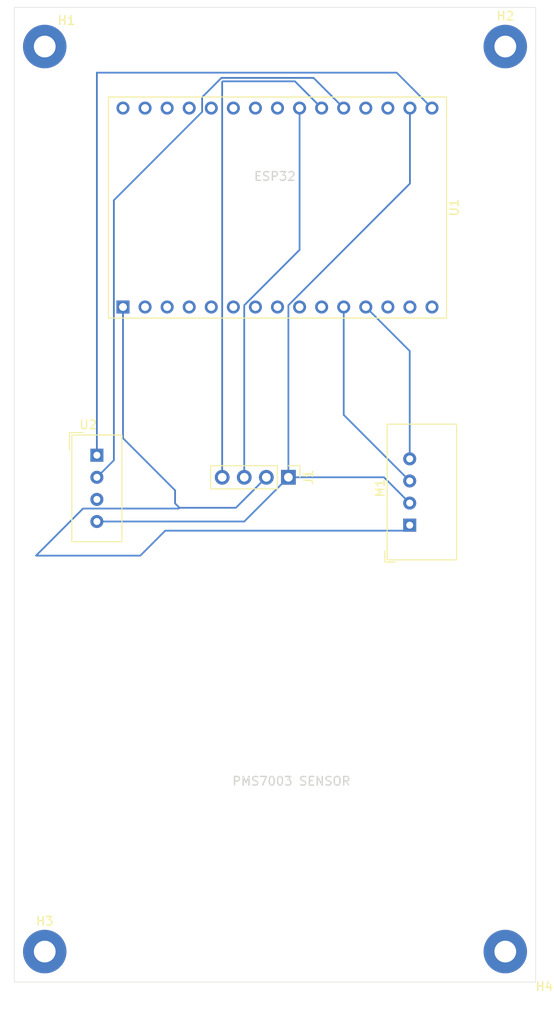
<source format=kicad_pcb>
(kicad_pcb (version 20240108) (generator "pcbnew") (generator_version "8.0")
  (layers (0 "F.Cu" signal) (31 "B.Cu" signal) (34 "B.Paste" user) (35 "F.Paste" user) (36 "B.SilkS" user "B.Silkscreen") (37 "F.SilkS" user "F.Silkscreen") (38 "B.Mask" user) (39 "F.Mask" user) (44 "Edge.Cuts" user))
  (net 0 "")
  (net 1 "GND")
  (net 2 "TX")
  (net 3 "RX")
  (net 4 "5V")
  (net 5 "AO")
  (net 6 "DO")
  (net 16 "3.3V")
  (net 18 "DATA")
  (footprint "Sensor:Aosong_DHT11_5.5x12.0_P2.54mm" (layer "F.Cu") (at 119.5 96.96)
    (property "Reference" "U2" (at -1 -3.5 0) (layer "F.SilkS"))
    (property "Value" "DHT11")
    (fp_line (start -3.16 -2.6) (end -3.16 -0.6) (stroke (width 0.12)) (layer "F.SilkS"))
    (fp_line (start -3.16 -2.6) (end -1.55 -2.6) (stroke (width 0.12)) (layer "F.SilkS"))
    (fp_line (start -2.88 9.94) (end -2.88 -2.31) (stroke (width 0.12)) (layer "F.SilkS"))
    (fp_line (start -2.87 -2.32) (end 2.87 -2.32) (stroke (width 0.12)) (layer "F.SilkS"))
    (fp_line (start 2.88 -2.32) (end 2.88 9.94) (stroke (width 0.12)) (layer "F.SilkS"))
    (fp_line (start 2.88 9.94) (end -2.88 9.94) (stroke (width 0.12)) (layer "F.SilkS"))
    (pad "1" thru_hole rect (at 0 0) (size 1.5 1.5) (drill 0.8) (layers "*.Cu" "*.Mask") (net 16 "3.3V"))
    (pad "2" thru_hole circle (at 0 2.54) (size 1.5 1.5) (drill 0.8) (layers "*.Cu" "*.Mask") (net 18 "DATA"))
    (pad "3" thru_hole circle (at 0 5.08) (size 1.5 1.5) (drill 0.8) (layers "*.Cu" "*.Mask"))
    (pad "4" thru_hole circle (at 0 7.62) (size 1.5 1.5) (drill 0.8) (layers "*.Cu" "*.Mask") (net 1 "GND"))
  )
  (footprint "MountingHole:MountingHole_2.5mm_Pad" (layer "F.Cu") (at 113.5 50)
    (property "Reference" "H1" (at 2.5 -3 0) (layer "F.SilkS"))
    (property "Value" "MountingHole")
    (pad "1" thru_hole circle (at 0 0) (size 5 5) (drill 2.5) (layers "*.Cu" "*.Mask"))
  )
  (footprint "MountingHole:MountingHole_2.5mm_Pad" (layer "F.Cu") (at 113.5 154)
    (property "Reference" "H3" (at 0 -3.5 0) (layer "F.SilkS"))
    (property "Value" "MountingHole")
    (pad "1" thru_hole circle (at 0 0) (size 5 5) (drill 2.5) (layers "*.Cu" "*.Mask"))
  )
  (footprint "MountingHole:MountingHole_2.5mm_Pad" (layer "F.Cu") (at 166.5 154)
    (property "Reference" "H4" (at 4.5 4 0) (layer "F.SilkS"))
    (property "Value" "MountingHole")
    (pad "1" thru_hole circle (at 0 0) (size 5 5) (drill 2.5) (layers "*.Cu" "*.Mask"))
  )
  (footprint "Connector_PinHeader_2.54mm:PinHeader_1x04_P2.54mm_Vertical" (layer "F.Cu") (at 141.54 99.5 -90)
    (property "Reference" "J1" (at 0 -2.33 90) (layer "F.SilkS"))
    (property "Value" "PMS7003")
    (fp_line (start -1.33 8.95) (end 1.33 8.95) (stroke (width 0.12)) (layer "F.SilkS"))
    (fp_line (start -1.33 1.27) (end -1.33 8.95) (stroke (width 0.12)) (layer "F.SilkS"))
    (fp_line (start -1.33 1.27) (end 1.33 1.27) (stroke (width 0.12)) (layer "F.SilkS"))
    (fp_line (start 1.33 1.27) (end 1.33 8.95) (stroke (width 0.12)) (layer "F.SilkS"))
    (fp_line (start -1.33 0) (end -1.33 -1.33) (stroke (width 0.12)) (layer "F.SilkS"))
    (fp_line (start -1.33 -1.33) (end 0 -1.33) (stroke (width 0.12)) (layer "F.SilkS"))
    (pad "1" thru_hole rect (at 0 0 270) (size 1.7 1.7) (drill 1) (layers "*.Cu" "*.Mask") (net 1 "GND"))
    (pad "2" thru_hole oval (at 0 2.54 270) (size 1.7 1.7) (drill 1) (layers "*.Cu" "*.Mask") (net 4 "5V"))
    (pad "3" thru_hole oval (at 0 5.08 270) (size 1.7 1.7) (drill 1) (layers "*.Cu" "*.Mask") (net 3 "RX"))
    (pad "4" thru_hole oval (at 0 7.62 270) (size 1.7 1.7) (drill 1) (layers "*.Cu" "*.Mask") (net 2 "TX"))
  )
  (footprint "RF_Module:ESP32-C3-DevKitM-1" (layer "F.Cu") (at 122.505 79.93 90)
    (property "Reference" "U1" (at 11.43 38.1 90) (layer "F.SilkS"))
    (property "Value" "~")
    (fp_line (start 24.13 -1.68) (end 24.13 37.24) (stroke (width 0.12)) (layer "F.SilkS"))
    (fp_line (start -1.27 -1.68) (end 24.13 -1.68) (stroke (width 0.12)) (layer "F.SilkS"))
    (fp_line (start 24.13 37.24) (end -1.27 37.24) (stroke (width 0.12)) (layer "F.SilkS"))
    (fp_line (start -1.27 37.24) (end -1.27 -1.68) (stroke (width 0.12)) (layer "F.SilkS"))
    (pad "1" thru_hole rect (at 0 0 90) (size 1.5 1.5) (drill 0.9) (layers "*.Cu" "*.Mask") (net 4 "5V"))
    (pad "2" thru_hole circle (at 0 2.54 90) (size 1.5 1.5) (drill 0.9) (layers "*.Cu" "*.Mask"))
    (pad "3" thru_hole circle (at 0 5.08 90) (size 1.5 1.5) (drill 0.9) (layers "*.Cu" "*.Mask"))
    (pad "4" thru_hole circle (at 0 7.62 90) (size 1.5 1.5) (drill 0.9) (layers "*.Cu" "*.Mask"))
    (pad "5" thru_hole circle (at 0 10.16 90) (size 1.5 1.5) (drill 0.9) (layers "*.Cu" "*.Mask"))
    (pad "6" thru_hole circle (at 0 12.7 90) (size 1.5 1.5) (drill 0.9) (layers "*.Cu" "*.Mask"))
    (pad "7" thru_hole circle (at 0 15.24 90) (size 1.5 1.5) (drill 0.9) (layers "*.Cu" "*.Mask"))
    (pad "8" thru_hole circle (at 0 17.78 90) (size 1.5 1.5) (drill 0.9) (layers "*.Cu" "*.Mask"))
    (pad "9" thru_hole circle (at 0 20.32 90) (size 1.5 1.5) (drill 0.9) (layers "*.Cu" "*.Mask"))
    (pad "10" thru_hole circle (at 0 22.86 90) (size 1.5 1.5) (drill 0.9) (layers "*.Cu" "*.Mask"))
    (pad "11" thru_hole circle (at 0 25.4 90) (size 1.5 1.5) (drill 0.9) (layers "*.Cu" "*.Mask") (net 6 "DO"))
    (pad "12" thru_hole circle (at 0 27.94 90) (size 1.5 1.5) (drill 0.9) (layers "*.Cu" "*.Mask") (net 5 "AO"))
    (pad "13" thru_hole circle (at 0 30.48 90) (size 1.5 1.5) (drill 0.9) (layers "*.Cu" "*.Mask"))
    (pad "14" thru_hole circle (at 0 33.02 90) (size 1.5 1.5) (drill 0.9) (layers "*.Cu" "*.Mask"))
    (pad "15" thru_hole circle (at 0 35.56 90) (size 1.5 1.5) (drill 0.9) (layers "*.Cu" "*.Mask"))
    (pad "16" thru_hole circle (at 22.86 35.56 90) (size 1.5 1.5) (drill 0.9) (layers "*.Cu" "*.Mask") (net 16 "3.3V"))
    (pad "17" thru_hole circle (at 22.86 33.02 90) (size 1.5 1.5) (drill 0.9) (layers "*.Cu" "*.Mask") (net 1 "GND"))
    (pad "18" thru_hole circle (at 22.86 30.48 90) (size 1.5 1.5) (drill 0.9) (layers "*.Cu" "*.Mask"))
    (pad "19" thru_hole circle (at 22.86 27.94 90) (size 1.5 1.5) (drill 0.9) (layers "*.Cu" "*.Mask"))
    (pad "20" thru_hole circle (at 22.86 25.4 90) (size 1.5 1.5) (drill 0.9) (layers "*.Cu" "*.Mask") (net 18 "DATA"))
    (pad "21" thru_hole circle (at 22.86 22.86 90) (size 1.5 1.5) (drill 0.9) (layers "*.Cu" "*.Mask") (net 2 "TX"))
    (pad "22" thru_hole circle (at 22.86 20.32 90) (size 1.5 1.5) (drill 0.9) (layers "*.Cu" "*.Mask") (net 3 "RX"))
    (pad "23" thru_hole circle (at 22.86 17.78 90) (size 1.5 1.5) (drill 0.9) (layers "*.Cu" "*.Mask"))
    (pad "24" thru_hole circle (at 22.86 15.24 90) (size 1.5 1.5) (drill 0.9) (layers "*.Cu" "*.Mask"))
    (pad "25" thru_hole circle (at 22.86 12.7 90) (size 1.5 1.5) (drill 0.9) (layers "*.Cu" "*.Mask"))
    (pad "26" thru_hole circle (at 22.86 10.16 90) (size 1.5 1.5) (drill 0.9) (layers "*.Cu" "*.Mask"))
    (pad "27" thru_hole circle (at 22.86 7.62 90) (size 1.5 1.5) (drill 0.9) (layers "*.Cu" "*.Mask"))
    (pad "28" thru_hole circle (at 22.86 5.08 90) (size 1.5 1.5) (drill 0.9) (layers "*.Cu" "*.Mask"))
    (pad "29" thru_hole circle (at 22.86 2.54 90) (size 1.5 1.5) (drill 0.9) (layers "*.Cu" "*.Mask"))
    (pad "30" thru_hole circle (at 22.86 0 90) (size 1.5 1.5) (drill 0.9) (layers "*.Cu" "*.Mask"))
  )
  (footprint "MountingHole:MountingHole_2.5mm_Pad" (layer "F.Cu") (at 166.5 50)
    (property "Reference" "H2" (at 0 -3.5 0) (layer "F.SilkS"))
    (property "Value" "MountingHole")
    (pad "1" thru_hole circle (at 0 0) (size 5 5) (drill 2.5) (layers "*.Cu" "*.Mask"))
  )
  (footprint "Sensor:ASAIR_AM2302_P2.54mm_Vertical" (layer "F.Cu") (at 155.5 105 90)
    (property "Reference" "M1" (at 4.26 -3.4 90) (layer "F.SilkS"))
    (property "Value" "MQ-7")
    (fp_line (start -4.24 -2.85) (end -2.97 -2.85) (stroke (width 0.12)) (layer "F.SilkS"))
    (fp_line (start 11.61 -2.6) (end 11.61 5.4) (stroke (width 0.12)) (layer "F.SilkS"))
    (fp_line (start -3.99 -2.6) (end 11.61 -2.6) (stroke (width 0.12)) (layer "F.SilkS"))
    (fp_line (start -4.24 -1.58) (end -4.24 -2.85) (stroke (width 0.12)) (layer "F.SilkS"))
    (fp_line (start 11.61 5.4) (end -3.99 5.4) (stroke (width 0.12)) (layer "F.SilkS"))
    (fp_line (start -3.99 5.4) (end -3.99 -2.6) (stroke (width 0.12)) (layer "F.SilkS"))
    (pad "1" thru_hole rect (at 0 0 180) (size 1.5 1.5) (drill 0.8) (layers "*.Cu" "*.Mask") (net 4 "5V"))
    (pad "2" thru_hole circle (at 2.54 0 180) (size 1.5 1.5) (drill 0.8) (layers "*.Cu" "*.Mask") (net 1 "GND"))
    (pad "3" thru_hole circle (at 5.08 0 180) (size 1.5 1.5) (drill 0.8) (layers "*.Cu" "*.Mask") (net 6 "DO"))
    (pad "4" thru_hole circle (at 7.62 0 180) (size 1.5 1.5) (drill 0.8) (layers "*.Cu" "*.Mask") (net 5 "AO"))
  )
  (gr_rect (start 110 45.5) (end 170 157.5) (stroke (width 0.05)) (fill none) (layer "Edge.Cuts"))
  (gr_text "ESP32\n" (at 137.5 65.5 0) (layer "Edge.Cuts") (effects (font (size 1 1)) (justify left bottom)))
  (gr_text "PMS7003 SENSOR\n" (at 135 135 0) (layer "Edge.Cuts") (effects (font (size 1 1)) (justify left bottom)))
  (segment (start 141.54 79.730075) (end 155.525 65.745075) (width 0.2) (layer "B.Cu") (net 1))
  (segment (start 141.54 99.5) (end 136.46 104.58) (width 0.2) (layer "B.Cu") (net 1))
  (segment (start 155.525 65.745075) (end 155.525 57.07) (width 0.2) (layer "B.Cu") (net 1))
  (segment (start 141.54 99.5) (end 141.54 79.730075) (width 0.2) (layer "B.Cu") (net 1))
  (segment (start 136.46 104.58) (end 119.5 104.58) (width 0.2) (layer "B.Cu") (net 1))
  (segment (start 152.54 99.5) (end 155.5 102.46) (width 0.2) (layer "B.Cu") (net 1))
  (segment (start 141.54 99.5) (end 152.54 99.5) (width 0.2) (layer "B.Cu") (net 1))
  (segment (start 134 54) (end 142.295 54) (width 0.2) (layer "B.Cu") (net 2))
  (segment (start 133.92 54.08) (end 134 54) (width 0.2) (layer "B.Cu") (net 2))
  (segment (start 142.295 54) (end 145.365 57.07) (width 0.2) (layer "B.Cu") (net 2))
  (segment (start 133.92 99.5) (end 133.92 54.08) (width 0.2) (layer "B.Cu") (net 2))
  (segment (start 136.46 99.5) (end 136.46 79.730075) (width 0.2) (layer "B.Cu") (net 3))
  (segment (start 136.46 79.730075) (end 142.825 73.365075) (width 0.2) (layer "B.Cu") (net 3))
  (segment (start 142.825 73.365075) (end 142.825 57.07) (width 0.2) (layer "B.Cu") (net 3))
  (segment (start 127.37 105.63) (end 124.5 108.5) (width 0.2) (layer "B.Cu") (net 4))
  (segment (start 117.91 103.09) (end 128.91 103.09) (width 0.2) (layer "B.Cu") (net 4))
  (segment (start 122.505 95.005) (end 122.505 79.93) (width 0.2) (layer "B.Cu") (net 4))
  (segment (start 128.5 101) (end 122.505 95.005) (width 0.2) (layer "B.Cu") (net 4))
  (segment (start 112.5 108.5) (end 117.91 103.09) (width 0.2) (layer "B.Cu") (net 4))
  (segment (start 154.87 105.63) (end 127.37 105.63) (width 0.2) (layer "B.Cu") (net 4))
  (segment (start 129 103) (end 128.5 102.5) (width 0.2) (layer "B.Cu") (net 4))
  (segment (start 124.5 108.5) (end 112.5 108.5) (width 0.2) (layer "B.Cu") (net 4))
  (segment (start 135.5 103) (end 129 103) (width 0.2) (layer "B.Cu") (net 4))
  (segment (start 155.5 105) (end 154.87 105.63) (width 0.2) (layer "B.Cu") (net 4))
  (segment (start 139 99.5) (end 135.5 103) (width 0.2) (layer "B.Cu") (net 4))
  (segment (start 128.91 103.09) (end 129 103) (width 0.2) (layer "B.Cu") (net 4))
  (segment (start 128.5 102.5) (end 128.5 101) (width 0.2) (layer "B.Cu") (net 4))
  (segment (start 155.5 97.38) (end 155.5 84.985) (width 0.2) (layer "B.Cu") (net 5))
  (segment (start 155.5 84.985) (end 150.445 79.93) (width 0.2) (layer "B.Cu") (net 5))
  (segment (start 155.5 99.92) (end 147.905 92.325) (width 0.2) (layer "B.Cu") (net 6))
  (segment (start 147.905 92.325) (end 147.905 79.93) (width 0.2) (layer "B.Cu") (net 6))
  (segment (start 119.5 53) (end 153.995 53) (width 0.2) (layer "B.Cu") (net 16))
  (segment (start 119.5 96.96) (end 119.5 53) (width 0.2) (layer "B.Cu") (net 16))
  (segment (start 153.995 53) (end 158.065 57.07) (width 0.2) (layer "B.Cu") (net 16))
  (segment (start 121.455 67.664925) (end 131.615 57.504925) (width 0.2) (layer "B.Cu") (net 18))
  (segment (start 121.455 97.545) (end 121.455 67.664925) (width 0.2) (layer "B.Cu") (net 18))
  (segment (start 133.834314 53.6) (end 144.435 53.6) (width 0.2) (layer "B.Cu") (net 18))
  (segment (start 131.615 57.504925) (end 131.615 55.819314) (width 0.2) (layer "B.Cu") (net 18))
  (segment (start 144.435 53.6) (end 147.905 57.07) (width 0.2) (layer "B.Cu") (net 18))
  (segment (start 119.5 99.5) (end 121.455 97.545) (width 0.2) (layer "B.Cu") (net 18))
  (segment (start 131.615 55.819314) (end 133.834314 53.6) (width 0.2) (layer "B.Cu") (net 18))
)
</source>
